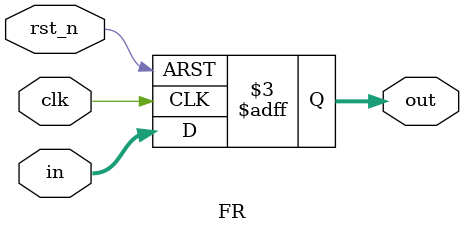
<source format=v>
module FR (
    input clk,
    input rst_n,
    input [3:0] in,
    output reg [3:0] out
);
    
    
    always @(posedge clk or negedge rst_n) begin
        if (!rst_n) begin
            out <= 4'b0000;
        end else begin
            out <= in;
        end
    end

endmodule
</source>
